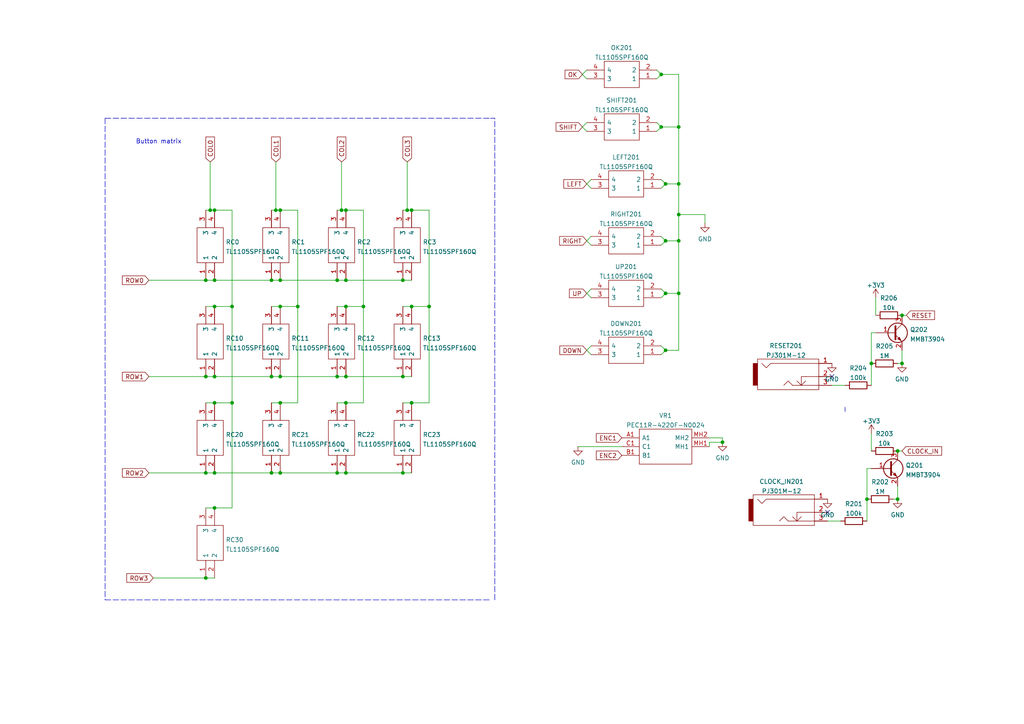
<source format=kicad_sch>
(kicad_sch (version 20211123) (generator eeschema)
  (paper "A4")
  (lib_symbols
    (symbol "Device:R" (pin_numbers hide) (pin_names (offset 0))
      (property "Reference" "R" (at 2.032 0 90))
      (property "Value" "R" (at 0 0 90))
      (symbol "R_0_1"
        (rectangle (start -1.016 -2.54) (end 1.016 2.54) (stroke (width 0.254)))
      )
      (symbol "R_1_1"
        (pin passive line (at 0 3.81 270) (length 1.27) (name "~") (number "1"))
        (pin passive line (at 0 -3.81 90) (length 1.27) (name "~") (number "2"))
      )
    )
    (symbol "Transistor_BJT:MMBT3904" (pin_names (offset 0) hide)
      (property "Reference" "Q" (at 5.08 1.905 0))
      (property "Value" "MMBT3904" (at 5.08 0 0))
      (symbol "MMBT3904_0_1"
        (polyline (pts (xy 0.635 0.635) (xy 2.54 2.54)))
        (polyline (pts (xy 0.635 -0.635) (xy 2.54 -2.54) (xy 2.54 -2.54)))
        (polyline (pts (xy 0.635 1.905) (xy 0.635 -1.905) (xy 0.635 -1.905)) (stroke (width 0.508)))
        (polyline (pts (xy 1.27 -1.778) (xy 1.778 -1.27) (xy 2.286 -2.286) (xy 1.27 -1.778) (xy 1.27 -1.778)) (fill (type outline)))
        (circle (center 1.27 0) (radius 2.8194) (stroke (width 0.254)))
      )
      (symbol "MMBT3904_1_1"
        (pin input line (at -5.08 0 0) (length 5.715) (name "B") (number "1"))
        (pin passive line (at 2.54 -5.08 90) (length 2.54) (name "E") (number "2"))
        (pin passive line (at 2.54 5.08 270) (length 2.54) (name "C") (number "3"))
      )
    )
    (symbol "eurocad:PJ301M-12" (pin_names (offset 1.016))
      (property "Reference" "J" (at -8.89 -5.08 0))
      (property "Value" "PJ301M-12" (at -3.81 6.35 0))
      (symbol "PJ301M-12_0_1"
        (rectangle (start -11.43 3.81) (end -10.16 -2.54) (fill (type outline)))
        (polyline (pts (xy 3.81 0) (xy 7.62 0) (xy 7.62 0)))
        (polyline (pts (xy 0 -2.54) (xy -1.27 -1.27) (xy -2.54 -2.54) (xy -2.54 -2.54)))
        (polyline (pts (xy 0 -2.54) (xy 7.62 -2.54) (xy 7.62 -2.54) (xy 7.62 -2.54)))
        (polyline (pts (xy 1.27 -1.27) (xy 2.54 -2.54) (xy 3.81 -1.27) (xy 3.81 -1.27)))
        (polyline (pts (xy 3.81 0) (xy 2.54 0) (xy 2.54 -2.54) (xy 2.54 -2.54)))
        (polyline (pts (xy 7.62 3.81) (xy -6.35 3.81) (xy -7.62 2.54) (xy -8.89 3.81) (xy -8.89 3.81)))
        (rectangle (start 7.62 -3.81) (end -10.16 5.08))
      )
      (symbol "PJ301M-12_1_1"
        (pin passive line (at 11.43 3.81 180) (length 3.81) (name "~") (number "1"))
        (pin passive line (at 11.43 0 180) (length 3.81) (name "~") (number "2"))
        (pin passive line (at 11.43 -2.54 180) (length 3.81) (name "~") (number "3"))
      )
    )
    (symbol "power:+3.3V" (power) (pin_names (offset 0))
      (property "Value" "+3.3V" (at 0 3.556 0))
      (symbol "+3.3V_0_1"
        (polyline (pts (xy -0.762 1.27) (xy 0 2.54)))
        (polyline (pts (xy 0 0) (xy 0 2.54)))
        (polyline (pts (xy 0 2.54) (xy 0.762 1.27)))
      )
      (symbol "+3.3V_1_1"
        (pin power_in line (at 0 0 90) (length 0) hide (name "+3V3") (number "1"))
      )
    )
    (symbol "power:GND" (power) (pin_names (offset 0))
      (property "Value" "GND" (at 0 -3.81 0))
      (symbol "GND_0_1"
        (polyline (pts (xy 0 0) (xy 0 -1.27) (xy 1.27 -1.27) (xy 0 -2.54) (xy -1.27 -1.27) (xy 0 -1.27)))
      )
      (symbol "GND_1_1"
        (pin power_in line (at 0 0 270) (length 0) hide (name "GND") (number "1"))
      )
    )
    (symbol "samsys:PEC11R-4220F-N0024" (pin_names (offset 0.762))
      (property "Reference" "VR" (at 21.59 7.62 0))
      (property "Value" "PEC11R-4220F-N0024" (at 21.59 5.08 0))
      (symbol "PEC11R-4220F-N0024_0_0"
        (pin passive line (at 0 0 0) (length 5.08) (name "A1") (number "A1"))
        (pin passive line (at 0 -5.08 0) (length 5.08) (name "B1") (number "B1"))
        (pin passive line (at 0 -2.54 0) (length 5.08) (name "C1") (number "C1"))
        (pin passive line (at 25.4 -2.54 180) (length 5.08) (name "MH1") (number "MH1"))
        (pin passive line (at 25.4 0 180) (length 5.08) (name "MH2") (number "MH2"))
      )
      (symbol "PEC11R-4220F-N0024_0_1"
        (polyline (pts (xy 5.08 2.54) (xy 20.32 2.54) (xy 20.32 -7.62) (xy 5.08 -7.62) (xy 5.08 2.54)) (stroke (width 0.1524)))
      )
    )
    (symbol "samsys:TL1105SPF160Q" (pin_names (offset 0.762))
      (property "Reference" "S" (at 16.51 7.62 0))
      (property "Value" "TL1105SPF160Q" (at 16.51 5.08 0))
      (symbol "TL1105SPF160Q_0_0"
        (pin passive line (at 0 0 0) (length 5.08) (name "1") (number "1"))
        (pin passive line (at 0 -2.54 0) (length 5.08) (name "2") (number "2"))
        (pin passive line (at 20.32 0 180) (length 5.08) (name "3") (number "3"))
        (pin passive line (at 20.32 -2.54 180) (length 5.08) (name "4") (number "4"))
      )
      (symbol "TL1105SPF160Q_0_1"
        (polyline (pts (xy 5.08 2.54) (xy 15.24 2.54) (xy 15.24 -5.08) (xy 5.08 -5.08) (xy 5.08 2.54)) (stroke (width 0.1524)))
      )
    )
  )
  (junction (at 67.31 116.84))
  (junction (at 193.04 69.85))
  (junction (at 196.85 53.34))
  (junction (at 62.23 147.32))
  (junction (at 62.23 109.22))
  (junction (at 62.23 137.16))
  (junction (at 100.33 60.96))
  (junction (at 196.85 62.23))
  (junction (at 81.28 60.96))
  (junction (at 100.33 116.84))
  (junction (at 191.77 21.59))
  (junction (at 193.04 53.34))
  (junction (at 196.85 36.83))
  (junction (at 67.31 88.9))
  (junction (at 81.28 109.22))
  (junction (at 193.04 85.09))
  (junction (at 59.69 81.28))
  (junction (at 260.35 144.78))
  (junction (at 119.38 116.84))
  (junction (at 62.23 81.28))
  (junction (at 209.55 128.27))
  (junction (at 86.36 88.9))
  (junction (at 97.79 137.16))
  (junction (at 196.85 69.85))
  (junction (at 81.28 81.28))
  (junction (at 81.28 88.9))
  (junction (at 260.35 130.81))
  (junction (at 97.79 81.28))
  (junction (at 97.79 109.22))
  (junction (at 193.04 101.6))
  (junction (at 100.33 81.28))
  (junction (at 252.73 105.41))
  (junction (at 78.74 109.22))
  (junction (at 59.69 109.22))
  (junction (at 81.28 116.84))
  (junction (at 62.23 116.84))
  (junction (at 116.84 137.16))
  (junction (at 196.85 85.09))
  (junction (at 62.23 88.9))
  (junction (at 62.23 60.96))
  (junction (at 105.41 88.9))
  (junction (at 100.33 109.22))
  (junction (at 100.33 137.16))
  (junction (at 261.62 105.41))
  (junction (at 119.38 88.9))
  (junction (at 118.11 60.96))
  (junction (at 78.74 81.28))
  (junction (at 119.38 60.96))
  (junction (at 59.69 137.16))
  (junction (at 78.74 137.16))
  (junction (at 116.84 81.28))
  (junction (at 60.96 60.96))
  (junction (at 124.46 88.9))
  (junction (at 100.33 88.9))
  (junction (at 81.28 137.16))
  (junction (at 251.46 144.78))
  (junction (at 116.84 109.22))
  (junction (at 99.06 60.96))
  (junction (at 191.77 36.83))
  (junction (at 59.69 167.64))
  (junction (at 80.01 60.96))
  (junction (at 261.62 91.44))
  (no_connect (at 240.03 148.59))
  (no_connect (at 241.3 109.22))
  (wire (pts (xy 190.5 38.1) (xy 191.77 36.83)))
  (wire (pts (xy 67.31 116.84) (xy 67.31 88.9)))
  (wire (pts (xy 86.36 60.96) (xy 86.36 88.9)))
  (wire (pts (xy 97.79 116.84) (xy 100.33 116.84)))
  (wire (pts (xy 170.18 101.6) (xy 171.45 100.33)))
  (wire (pts (xy 262.89 91.44) (xy 261.62 91.44)))
  (wire (pts (xy 193.04 53.34) (xy 191.77 52.07)))
  (wire (pts (xy 252.73 105.41) (xy 252.73 96.52)))
  (wire (pts (xy 100.33 109.22) (xy 116.84 109.22)))
  (wire (pts (xy 252.73 111.76) (xy 252.73 105.41)))
  (wire (pts (xy 196.85 69.85) (xy 196.85 85.09)))
  (wire (pts (xy 97.79 137.16) (xy 100.33 137.16)))
  (wire (pts (xy 259.08 144.78) (xy 260.35 144.78)))
  (wire (pts (xy 124.46 60.96) (xy 124.46 88.9)))
  (wire (pts (xy 240.03 151.13) (xy 243.84 151.13)))
  (wire (pts (xy 105.41 60.96) (xy 105.41 88.9)))
  (wire (pts (xy 97.79 88.9) (xy 100.33 88.9)))
  (wire (pts (xy 78.74 81.28) (xy 81.28 81.28)))
  (wire (pts (xy 196.85 36.83) (xy 191.77 36.83)))
  (wire (pts (xy 62.23 109.22) (xy 78.74 109.22)))
  (wire (pts (xy 59.69 109.22) (xy 62.23 109.22)))
  (wire (pts (xy 116.84 116.84) (xy 119.38 116.84)))
  (wire (pts (xy 260.35 140.97) (xy 260.35 144.78)))
  (wire (pts (xy 116.84 60.96) (xy 118.11 60.96)))
  (wire (pts (xy 43.18 109.22) (xy 59.69 109.22)))
  (wire (pts (xy 100.33 88.9) (xy 105.41 88.9)))
  (wire (pts (xy 59.69 81.28) (xy 62.23 81.28)))
  (wire (pts (xy 99.06 46.99) (xy 99.06 60.96)))
  (wire (pts (xy 196.85 53.34) (xy 196.85 36.83)))
  (wire (pts (xy 59.69 88.9) (xy 62.23 88.9)))
  (wire (pts (xy 78.74 60.96) (xy 80.01 60.96)))
  (wire (pts (xy 78.74 88.9) (xy 81.28 88.9)))
  (wire (pts (xy 116.84 137.16) (xy 119.38 137.16)))
  (wire (pts (xy 124.46 88.9) (xy 124.46 116.84)))
  (wire (pts (xy 209.55 128.27) (xy 205.74 128.27)))
  (wire (pts (xy 116.84 109.22) (xy 119.38 109.22)))
  (wire (pts (xy 60.96 60.96) (xy 62.23 60.96)))
  (wire (pts (xy 80.01 46.99) (xy 80.01 60.96)))
  (wire (pts (xy 118.11 46.99) (xy 118.11 60.96)))
  (wire (pts (xy 116.84 88.9) (xy 119.38 88.9)))
  (wire (pts (xy 196.85 62.23) (xy 196.85 53.34)))
  (wire (pts (xy 78.74 116.84) (xy 81.28 116.84)))
  (wire (pts (xy 97.79 60.96) (xy 99.06 60.96)))
  (wire (pts (xy 171.45 54.61) (xy 170.18 53.34)))
  (wire (pts (xy 191.77 102.87) (xy 193.04 101.6)))
  (wire (pts (xy 252.73 125.73) (xy 252.73 130.81)))
  (wire (pts (xy 171.45 71.12) (xy 170.18 69.85)))
  (wire (pts (xy 124.46 60.96) (xy 119.38 60.96)))
  (wire (pts (xy 241.3 111.76) (xy 245.11 111.76)))
  (wire (pts (xy 191.77 36.83) (xy 190.5 35.56)))
  (wire (pts (xy 81.28 81.28) (xy 97.79 81.28)))
  (wire (pts (xy 80.01 60.96) (xy 81.28 60.96)))
  (polyline (pts (xy 30.48 173.99) (xy 142.24 173.99)))
  (wire (pts (xy 44.45 167.64) (xy 59.69 167.64)))
  (wire (pts (xy 191.77 21.59) (xy 196.85 21.59)))
  (wire (pts (xy 254 86.36) (xy 254 91.44)))
  (wire (pts (xy 100.33 60.96) (xy 105.41 60.96)))
  (wire (pts (xy 168.91 36.83) (xy 170.18 35.56)))
  (polyline (pts (xy 30.48 34.29) (xy 30.48 173.99)))
  (wire (pts (xy 59.69 147.32) (xy 62.23 147.32)))
  (wire (pts (xy 105.41 88.9) (xy 105.41 116.84)))
  (wire (pts (xy 67.31 88.9) (xy 67.31 60.96)))
  (wire (pts (xy 193.04 53.34) (xy 196.85 53.34)))
  (wire (pts (xy 196.85 85.09) (xy 193.04 85.09)))
  (polyline (pts (xy 143.51 173.99) (xy 143.51 34.29)))
  (wire (pts (xy 193.04 69.85) (xy 191.77 68.58)))
  (wire (pts (xy 205.74 128.27) (xy 205.74 129.54)))
  (wire (pts (xy 118.11 60.96) (xy 119.38 60.96)))
  (wire (pts (xy 100.33 137.16) (xy 116.84 137.16)))
  (wire (pts (xy 196.85 101.6) (xy 193.04 101.6)))
  (wire (pts (xy 196.85 69.85) (xy 196.85 62.23)))
  (wire (pts (xy 81.28 116.84) (xy 86.36 116.84)))
  (wire (pts (xy 86.36 88.9) (xy 86.36 116.84)))
  (wire (pts (xy 171.45 86.36) (xy 170.18 85.09)))
  (wire (pts (xy 168.91 21.59) (xy 170.18 20.32)))
  (wire (pts (xy 170.18 69.85) (xy 171.45 68.58)))
  (wire (pts (xy 124.46 88.9) (xy 119.38 88.9)))
  (polyline (pts (xy 245.11 118.11) (xy 245.11 119.38)))
  (wire (pts (xy 193.04 101.6) (xy 191.77 100.33)))
  (wire (pts (xy 43.18 81.28) (xy 59.69 81.28)))
  (wire (pts (xy 67.31 147.32) (xy 67.31 116.84)))
  (wire (pts (xy 191.77 71.12) (xy 193.04 69.85)))
  (wire (pts (xy 97.79 109.22) (xy 100.33 109.22)))
  (wire (pts (xy 62.23 81.28) (xy 78.74 81.28)))
  (wire (pts (xy 81.28 137.16) (xy 97.79 137.16)))
  (wire (pts (xy 62.23 137.16) (xy 78.74 137.16)))
  (wire (pts (xy 191.77 21.59) (xy 190.5 20.32)))
  (wire (pts (xy 124.46 116.84) (xy 119.38 116.84)))
  (wire (pts (xy 191.77 86.36) (xy 193.04 85.09)))
  (wire (pts (xy 81.28 60.96) (xy 86.36 60.96)))
  (wire (pts (xy 99.06 60.96) (xy 100.33 60.96)))
  (wire (pts (xy 59.69 60.96) (xy 60.96 60.96)))
  (wire (pts (xy 252.73 96.52) (xy 254 96.52)))
  (wire (pts (xy 171.45 102.87) (xy 170.18 101.6)))
  (wire (pts (xy 204.47 64.77) (xy 204.47 62.23)))
  (polyline (pts (xy 30.48 34.29) (xy 142.24 34.29)))
  (wire (pts (xy 78.74 137.16) (xy 81.28 137.16)))
  (wire (pts (xy 59.69 137.16) (xy 62.23 137.16)))
  (wire (pts (xy 196.85 21.59) (xy 196.85 36.83)))
  (wire (pts (xy 78.74 109.22) (xy 81.28 109.22)))
  (wire (pts (xy 251.46 144.78) (xy 251.46 135.89)))
  (wire (pts (xy 59.69 167.64) (xy 62.23 167.64)))
  (wire (pts (xy 191.77 54.61) (xy 193.04 53.34)))
  (wire (pts (xy 193.04 69.85) (xy 196.85 69.85)))
  (wire (pts (xy 100.33 116.84) (xy 105.41 116.84)))
  (wire (pts (xy 62.23 147.32) (xy 67.31 147.32)))
  (wire (pts (xy 209.55 127) (xy 209.55 128.27)))
  (wire (pts (xy 43.18 137.16) (xy 59.69 137.16)))
  (wire (pts (xy 62.23 116.84) (xy 67.31 116.84)))
  (polyline (pts (xy 143.51 34.29) (xy 142.24 34.29)))
  (wire (pts (xy 193.04 85.09) (xy 191.77 83.82)))
  (wire (pts (xy 205.74 127) (xy 209.55 127)))
  (wire (pts (xy 251.46 135.89) (xy 252.73 135.89)))
  (wire (pts (xy 190.5 22.86) (xy 191.77 21.59)))
  (wire (pts (xy 60.96 46.99) (xy 60.96 60.96)))
  (wire (pts (xy 196.85 85.09) (xy 196.85 101.6)))
  (wire (pts (xy 170.18 22.86) (xy 168.91 21.59)))
  (wire (pts (xy 170.18 85.09) (xy 171.45 83.82)))
  (wire (pts (xy 67.31 60.96) (xy 62.23 60.96)))
  (wire (pts (xy 81.28 109.22) (xy 97.79 109.22)))
  (wire (pts (xy 204.47 62.23) (xy 196.85 62.23)))
  (wire (pts (xy 62.23 88.9) (xy 67.31 88.9)))
  (wire (pts (xy 81.28 88.9) (xy 86.36 88.9)))
  (wire (pts (xy 170.18 38.1) (xy 168.91 36.83)))
  (wire (pts (xy 251.46 151.13) (xy 251.46 144.78)))
  (wire (pts (xy 260.35 105.41) (xy 261.62 105.41)))
  (wire (pts (xy 116.84 81.28) (xy 119.38 81.28)))
  (wire (pts (xy 261.62 130.81) (xy 260.35 130.81)))
  (wire (pts (xy 170.18 53.34) (xy 171.45 52.07)))
  (wire (pts (xy 97.79 81.28) (xy 100.33 81.28)))
  (wire (pts (xy 100.33 81.28) (xy 116.84 81.28)))
  (wire (pts (xy 261.62 101.6) (xy 261.62 105.41)))
  (wire (pts (xy 59.69 116.84) (xy 62.23 116.84)))
  (wire (pts (xy 167.64 129.54) (xy 180.34 129.54)))
  (text "Button matrix" (at 39.37 41.91 0) (effects (font (size 1.27 1.27)) (justify left bottom)))
  (global_label "CLOCK_IN" (shape input) (at 261.62 130.81 0) (property "Intersheet References" "${INTERSHEET_REFS}" (effects hide)))
  (global_label "RIGHT" (shape input) (at 170.18 69.85 180) (property "Intersheet References" "${INTERSHEET_REFS}" (effects hide)))
  (global_label "SHIFT" (shape input) (at 168.91 36.83 180) (property "Intersheet References" "${INTERSHEET_REFS}" (effects hide)))
  (global_label "COL3" (shape input) (at 118.11 46.99 90) (property "Intersheet References" "${INTERSHEET_REFS}" (effects hide)))
  (global_label "UP" (shape input) (at 170.18 85.09 180) (property "Intersheet References" "${INTERSHEET_REFS}" (effects hide)))
  (global_label "RESET" (shape input) (at 262.89 91.44 0) (property "Intersheet References" "${INTERSHEET_REFS}" (effects hide)))
  (global_label "ROW3" (shape input) (at 44.45 167.64 180) (property "Intersheet References" "${INTERSHEET_REFS}" (effects hide)))
  (global_label "COL0" (shape input) (at 60.96 46.99 90) (property "Intersheet References" "${INTERSHEET_REFS}" (effects hide)))
  (global_label "ROW1" (shape input) (at 43.18 109.22 180) (property "Intersheet References" "${INTERSHEET_REFS}" (effects hide)))
  (global_label "LEFT" (shape input) (at 170.18 53.34 180) (property "Intersheet References" "${INTERSHEET_REFS}" (effects hide)))
  (global_label "ROW0" (shape input) (at 43.18 81.28 180) (property "Intersheet References" "${INTERSHEET_REFS}" (effects hide)))
  (global_label "COL1" (shape input) (at 80.01 46.99 90) (property "Intersheet References" "${INTERSHEET_REFS}" (effects hide)))
  (global_label "DOWN" (shape input) (at 170.18 101.6 180) (property "Intersheet References" "${INTERSHEET_REFS}" (effects hide)))
  (global_label "COL2" (shape input) (at 99.06 46.99 90) (property "Intersheet References" "${INTERSHEET_REFS}" (effects hide)))
  (global_label "OK" (shape input) (at 168.91 21.59 180) (property "Intersheet References" "${INTERSHEET_REFS}" (effects hide)))
  (global_label "ENC2" (shape input) (at 180.34 132.08 180) (property "Intersheet References" "${INTERSHEET_REFS}" (effects hide)))
  (global_label "ENC1" (shape input) (at 180.34 127 180) (property "Intersheet References" "${INTERSHEET_REFS}" (effects hide)))
  (global_label "ROW2" (shape input) (at 43.18 137.16 180) (property "Intersheet References" "${INTERSHEET_REFS}" (effects hide)))
  (symbol (lib_id "power:GND") (at 261.62 105.41 0) (unit 1)
    (property "Reference" "#PWR0157" (effects hide))
    (property "Value" "GND" (at 261.62 109.9725 0))
  )
  (symbol (lib_id "eurocad:PJ301M-12") (at 228.6 148.59 0) (unit 1)
    (property "Reference" "CLOCK_IN201" (at 226.695 139.6705 0))
    (property "Value" "PJ301M-12" (at 226.695 142.4456 0))
    (property "Footprint" "Eurocad:PJ301M-12" (effects hide))
  )
  (symbol (lib_id "power:GND") (at 240.03 144.78 0) (unit 1)
    (property "Reference" "#PWR0150" (effects hide))
    (property "Value" "GND" (at 240.03 149.3425 0))
  )
  (symbol (lib_id "samsys:TL1105SPF160Q") (at 191.77 86.36 180) (unit 1)
    (property "Reference" "UP201" (at 181.61 77.3643 0))
    (property "Value" "TL1105SPF160Q" (at 181.61 80.1394 0))
    (property "Footprint" "SamacSys:TL1105SPF160Q" (effects hide))
    (property "Datasheet" "https://sten-eswitch-13110800-production.s3.amazonaws.com/system/asset/product_line/data_sheet/144/TL1105.pdf" (effects hide))
    (property "Description" "Tactile Switches 6.0X2.8MM 160G" (effects hide))
    (property "Height" "9.3" (effects hide))
    (property "Mouser Part Number" "612-TL1105SP" (effects hide))
    (property "Mouser Price/Stock" "https://www.mouser.co.uk/ProductDetail/E-Switch/TL1105SPF160Q?qs=01kh3H%252BlXiincFtVDb4Rog%3D%3D" (effects hide))
    (property "Manufacturer_Name" "E-Switch" (effects hide))
    (property "Manufacturer_Part_Number" "TL1105SPF160Q" (effects hide))
  )
  (symbol (lib_id "samsys:TL1105SPF160Q") (at 59.69 81.28 90) (unit 1)
    (property "Reference" "RC0" (at 65.4812 70.2115 90) (effects (justify right)))
    (property "Value" "TL1105SPF160Q" (at 65.4812 72.9866 90) (effects (justify right)))
    (property "Footprint" "SamacSys:TL1105SPF160Q" (effects hide))
    (property "Datasheet" "https://sten-eswitch-13110800-production.s3.amazonaws.com/system/asset/product_line/data_sheet/144/TL1105.pdf" (effects hide))
    (property "Description" "Tactile Switches 6.0X2.8MM 160G" (effects hide))
    (property "Height" "9.3" (effects hide))
    (property "Mouser Part Number" "612-TL1105SP" (effects hide))
    (property "Mouser Price/Stock" "https://www.mouser.co.uk/ProductDetail/E-Switch/TL1105SPF160Q?qs=01kh3H%252BlXiincFtVDb4Rog%3D%3D" (effects hide))
    (property "Manufacturer_Name" "E-Switch" (effects hide))
    (property "Manufacturer_Part_Number" "TL1105SPF160Q" (effects hide))
  )
  (symbol (lib_id "Device:R") (at 255.27 144.78 90) (unit 1)
    (property "Reference" "R202" (at 255.27 139.7975 90))
    (property "Value" "1M" (at 255.27 142.5726 90))
    (property "Footprint" "Resistor_SMD:R_0603_1608Metric_Pad0.98x0.95mm_HandSolder" (effects hide))
  )
  (symbol (lib_id "samsys:TL1105SPF160Q") (at 190.5 22.86 180) (unit 1)
    (property "Reference" "OK201" (at 180.34 13.8643 0))
    (property "Value" "TL1105SPF160Q" (at 180.34 16.6394 0))
    (property "Footprint" "SamacSys:TL1105SPF160Q" (effects hide))
    (property "Datasheet" "https://sten-eswitch-13110800-production.s3.amazonaws.com/system/asset/product_line/data_sheet/144/TL1105.pdf" (effects hide))
    (property "Description" "Tactile Switches 6.0X2.8MM 160G" (effects hide))
    (property "Height" "9.3" (effects hide))
    (property "Mouser Part Number" "612-TL1105SP" (effects hide))
    (property "Mouser Price/Stock" "https://www.mouser.co.uk/ProductDetail/E-Switch/TL1105SPF160Q?qs=01kh3H%252BlXiincFtVDb4Rog%3D%3D" (effects hide))
    (property "Manufacturer_Name" "E-Switch" (effects hide))
    (property "Manufacturer_Part_Number" "TL1105SPF160Q" (effects hide))
  )
  (symbol (lib_id "samsys:TL1105SPF160Q") (at 78.74 81.28 90) (unit 1)
    (property "Reference" "RC1" (at 84.5312 70.2115 90) (effects (justify right)))
    (property "Value" "TL1105SPF160Q" (at 84.5312 72.9866 90) (effects (justify right)))
    (property "Footprint" "SamacSys:TL1105SPF160Q" (effects hide))
    (property "Datasheet" "https://sten-eswitch-13110800-production.s3.amazonaws.com/system/asset/product_line/data_sheet/144/TL1105.pdf" (effects hide))
    (property "Description" "Tactile Switches 6.0X2.8MM 160G" (effects hide))
    (property "Height" "9.3" (effects hide))
    (property "Mouser Part Number" "612-TL1105SP" (effects hide))
    (property "Mouser Price/Stock" "https://www.mouser.co.uk/ProductDetail/E-Switch/TL1105SPF160Q?qs=01kh3H%252BlXiincFtVDb4Rog%3D%3D" (effects hide))
    (property "Manufacturer_Name" "E-Switch" (effects hide))
    (property "Manufacturer_Part_Number" "TL1105SPF160Q" (effects hide))
  )
  (symbol (lib_id "eurocad:PJ301M-12") (at 229.87 109.22 0) (unit 1)
    (property "Reference" "RESET201" (at 227.965 100.3005 0))
    (property "Value" "PJ301M-12" (at 227.965 103.0756 0))
    (property "Footprint" "Eurocad:PJ301M-12" (effects hide))
  )
  (symbol (lib_id "power:GND") (at 260.35 144.78 0) (unit 1)
    (property "Reference" "#PWR0151" (effects hide))
    (property "Value" "GND" (at 260.35 149.3425 0))
  )
  (symbol (lib_id "samsys:TL1105SPF160Q") (at 78.74 137.16 90) (unit 1)
    (property "Reference" "RC21" (at 84.5312 126.0915 90) (effects (justify right)))
    (property "Value" "TL1105SPF160Q" (at 84.5312 128.8666 90) (effects (justify right)))
    (property "Footprint" "SamacSys:TL1105SPF160Q" (effects hide))
    (property "Datasheet" "https://sten-eswitch-13110800-production.s3.amazonaws.com/system/asset/product_line/data_sheet/144/TL1105.pdf" (effects hide))
    (property "Description" "Tactile Switches 6.0X2.8MM 160G" (effects hide))
    (property "Height" "9.3" (effects hide))
    (property "Mouser Part Number" "612-TL1105SP" (effects hide))
    (property "Mouser Price/Stock" "https://www.mouser.co.uk/ProductDetail/E-Switch/TL1105SPF160Q?qs=01kh3H%252BlXiincFtVDb4Rog%3D%3D" (effects hide))
    (property "Manufacturer_Name" "E-Switch" (effects hide))
    (property "Manufacturer_Part_Number" "TL1105SPF160Q" (effects hide))
  )
  (symbol (lib_id "power:GND") (at 167.64 129.54 0) (unit 1)
    (property "Reference" "#PWR0149" (effects hide))
    (property "Value" "GND" (at 167.64 134.1025 0))
  )
  (symbol (lib_id "samsys:PEC11R-4220F-N0024") (at 180.34 127 0) (unit 1)
    (property "Reference" "VR1" (at 193.04 120.5443 0))
    (property "Value" "PEC11R-4220F-N0024" (at 193.04 123.3194 0))
    (property "Footprint" "SamacSys:PEC11R4215FN0012" (effects hide))
    (property "Datasheet" "https://www.bourns.com/docs/Product-Datasheets/PEC11R.pdf" (effects hide))
    (property "Description" "Mechanical Encoder Rotary Incremental Flat 0.007N.m Straight Quadrature Digital Square Wave 24PPR Through Hole PC Pin" (effects hide))
    (property "Height" "21.5" (effects hide))
    (property "Mouser Part Number" "652-PEC11R-4220F-N24" (effects hide))
    (property "Mouser Price/Stock" "https://www.mouser.co.uk/ProductDetail/Bourns/PEC11R-4220F-N0024?qs=Zq5ylnUbLm73b6xWk5lPWg%3D%3D" (effects hide))
    (property "Manufacturer_Name" "Bourns" (effects hide))
    (property "Manufacturer_Part_Number" "PEC11R-4220F-N0024" (effects hide))
  )
  (symbol (lib_id "power:+3.3V") (at 252.73 125.73 0) (unit 1)
    (property "Reference" "#PWR0152" (effects hide))
    (property "Value" "+3.3V" (at 252.73 122.1255 0))
  )
  (symbol (lib_id "samsys:TL1105SPF160Q") (at 59.69 167.64 90) (unit 1)
    (property "Reference" "RC30" (at 65.4812 156.5715 90) (effects (justify right)))
    (property "Value" "TL1105SPF160Q" (at 65.4812 159.3466 90) (effects (justify right)))
    (property "Footprint" "SamacSys:TL1105SPF160Q" (effects hide))
    (property "Datasheet" "https://sten-eswitch-13110800-production.s3.amazonaws.com/system/asset/product_line/data_sheet/144/TL1105.pdf" (effects hide))
    (property "Description" "Tactile Switches 6.0X2.8MM 160G" (effects hide))
    (property "Height" "9.3" (effects hide))
    (property "Mouser Part Number" "612-TL1105SP" (effects hide))
    (property "Mouser Price/Stock" "https://www.mouser.co.uk/ProductDetail/E-Switch/TL1105SPF160Q?qs=01kh3H%252BlXiincFtVDb4Rog%3D%3D" (effects hide))
    (property "Manufacturer_Name" "E-Switch" (effects hide))
    (property "Manufacturer_Part_Number" "TL1105SPF160Q" (effects hide))
  )
  (symbol (lib_id "Device:R") (at 256.54 105.41 90) (unit 1)
    (property "Reference" "R205" (at 256.54 100.4275 90))
    (property "Value" "1M" (at 256.54 103.2026 90))
    (property "Footprint" "Resistor_SMD:R_0603_1608Metric_Pad0.98x0.95mm_HandSolder" (effects hide))
  )
  (symbol (lib_id "power:GND") (at 241.3 105.41 0) (unit 1)
    (property "Reference" "#PWR0159" (effects hide))
    (property "Value" "GND" (at 241.3 109.9725 0))
  )
  (symbol (lib_id "samsys:TL1105SPF160Q") (at 59.69 109.22 90) (unit 1)
    (property "Reference" "RC10" (at 65.4812 98.1515 90) (effects (justify right)))
    (property "Value" "TL1105SPF160Q" (at 65.4812 100.9266 90) (effects (justify right)))
    (property "Footprint" "SamacSys:TL1105SPF160Q" (effects hide))
    (property "Datasheet" "https://sten-eswitch-13110800-production.s3.amazonaws.com/system/asset/product_line/data_sheet/144/TL1105.pdf" (effects hide))
    (property "Description" "Tactile Switches 6.0X2.8MM 160G" (effects hide))
    (property "Height" "9.3" (effects hide))
    (property "Mouser Part Number" "612-TL1105SP" (effects hide))
    (property "Mouser Price/Stock" "https://www.mouser.co.uk/ProductDetail/E-Switch/TL1105SPF160Q?qs=01kh3H%252BlXiincFtVDb4Rog%3D%3D" (effects hide))
    (property "Manufacturer_Name" "E-Switch" (effects hide))
    (property "Manufacturer_Part_Number" "TL1105SPF160Q" (effects hide))
  )
  (symbol (lib_id "samsys:TL1105SPF160Q") (at 97.79 109.22 90) (unit 1)
    (property "Reference" "RC12" (at 103.5812 98.1515 90) (effects (justify right)))
    (property "Value" "TL1105SPF160Q" (at 103.5812 100.9266 90) (effects (justify right)))
    (property "Footprint" "SamacSys:TL1105SPF160Q" (effects hide))
    (property "Datasheet" "https://sten-eswitch-13110800-production.s3.amazonaws.com/system/asset/product_line/data_sheet/144/TL1105.pdf" (effects hide))
    (property "Description" "Tactile Switches 6.0X2.8MM 160G" (effects hide))
    (property "Height" "9.3" (effects hide))
    (property "Mouser Part Number" "612-TL1105SP" (effects hide))
    (property "Mouser Price/Stock" "https://www.mouser.co.uk/ProductDetail/E-Switch/TL1105SPF160Q?qs=01kh3H%252BlXiincFtVDb4Rog%3D%3D" (effects hide))
    (property "Manufacturer_Name" "E-Switch" (effects hide))
    (property "Manufacturer_Part_Number" "TL1105SPF160Q" (effects hide))
  )
  (symbol (lib_id "samsys:TL1105SPF160Q") (at 191.77 102.87 180) (unit 1)
    (property "Reference" "DOWN201" (at 181.61 93.8743 0))
    (property "Value" "TL1105SPF160Q" (at 181.61 96.6494 0))
    (property "Footprint" "SamacSys:TL1105SPF160Q" (effects hide))
    (property "Datasheet" "https://sten-eswitch-13110800-production.s3.amazonaws.com/system/asset/product_line/data_sheet/144/TL1105.pdf" (effects hide))
    (property "Description" "Tactile Switches 6.0X2.8MM 160G" (effects hide))
    (property "Height" "9.3" (effects hide))
    (property "Mouser Part Number" "612-TL1105SP" (effects hide))
    (property "Mouser Price/Stock" "https://www.mouser.co.uk/ProductDetail/E-Switch/TL1105SPF160Q?qs=01kh3H%252BlXiincFtVDb4Rog%3D%3D" (effects hide))
    (property "Manufacturer_Name" "E-Switch" (effects hide))
    (property "Manufacturer_Part_Number" "TL1105SPF160Q" (effects hide))
  )
  (symbol (lib_id "samsys:TL1105SPF160Q") (at 97.79 137.16 90) (unit 1)
    (property "Reference" "RC22" (at 103.5812 126.0915 90) (effects (justify right)))
    (property "Value" "TL1105SPF160Q" (at 103.5812 128.8666 90) (effects (justify right)))
    (property "Footprint" "SamacSys:TL1105SPF160Q" (effects hide))
    (property "Datasheet" "https://sten-eswitch-13110800-production.s3.amazonaws.com/system/asset/product_line/data_sheet/144/TL1105.pdf" (effects hide))
    (property "Description" "Tactile Switches 6.0X2.8MM 160G" (effects hide))
    (property "Height" "9.3" (effects hide))
    (property "Mouser Part Number" "612-TL1105SP" (effects hide))
    (property "Mouser Price/Stock" "https://www.mouser.co.uk/ProductDetail/E-Switch/TL1105SPF160Q?qs=01kh3H%252BlXiincFtVDb4Rog%3D%3D" (effects hide))
    (property "Manufacturer_Name" "E-Switch" (effects hide))
    (property "Manufacturer_Part_Number" "TL1105SPF160Q" (effects hide))
  )
  (symbol (lib_id "samsys:TL1105SPF160Q") (at 116.84 81.28 90) (unit 1)
    (property "Reference" "RC3" (at 122.6312 70.2115 90) (effects (justify right)))
    (property "Value" "TL1105SPF160Q" (at 122.6312 72.9866 90) (effects (justify right)))
    (property "Footprint" "SamacSys:TL1105SPF160Q" (effects hide))
    (property "Datasheet" "https://sten-eswitch-13110800-production.s3.amazonaws.com/system/asset/product_line/data_sheet/144/TL1105.pdf" (effects hide))
    (property "Description" "Tactile Switches 6.0X2.8MM 160G" (effects hide))
    (property "Height" "9.3" (effects hide))
    (property "Mouser Part Number" "612-TL1105SP" (effects hide))
    (property "Mouser Price/Stock" "https://www.mouser.co.uk/ProductDetail/E-Switch/TL1105SPF160Q?qs=01kh3H%252BlXiincFtVDb4Rog%3D%3D" (effects hide))
    (property "Manufacturer_Name" "E-Switch" (effects hide))
    (property "Manufacturer_Part_Number" "TL1105SPF160Q" (effects hide))
  )
  (symbol (lib_id "samsys:TL1105SPF160Q") (at 116.84 109.22 90) (unit 1)
    (property "Reference" "RC13" (at 122.6312 98.1515 90) (effects (justify right)))
    (property "Value" "TL1105SPF160Q" (at 122.6312 100.9266 90) (effects (justify right)))
    (property "Footprint" "SamacSys:TL1105SPF160Q" (effects hide))
    (property "Datasheet" "https://sten-eswitch-13110800-production.s3.amazonaws.com/system/asset/product_line/data_sheet/144/TL1105.pdf" (effects hide))
    (property "Description" "Tactile Switches 6.0X2.8MM 160G" (effects hide))
    (property "Height" "9.3" (effects hide))
    (property "Mouser Part Number" "612-TL1105SP" (effects hide))
    (property "Mouser Price/Stock" "https://www.mouser.co.uk/ProductDetail/E-Switch/TL1105SPF160Q?qs=01kh3H%252BlXiincFtVDb4Rog%3D%3D" (effects hide))
    (property "Manufacturer_Name" "E-Switch" (effects hide))
    (property "Manufacturer_Part_Number" "TL1105SPF160Q" (effects hide))
  )
  (symbol (lib_id "Transistor_BJT:MMBT3904") (at 259.08 96.52 0) (unit 1)
    (property "Reference" "Q202" (at 263.9314 95.6115 0) (effects (justify left)))
    (property "Value" "MMBT3904" (at 263.9314 98.3866 0) (effects (justify left)))
    (property "Footprint" "Package_TO_SOT_SMD:SOT-23" (effects hide))
    (property "Datasheet" "https://www.onsemi.com/pub/Collateral/2N3903-D.PDF" (effects hide))
  )
  (symbol (lib_id "Device:R") (at 248.92 111.76 90) (unit 1)
    (property "Reference" "R204" (at 248.92 106.7775 90))
    (property "Value" "100k" (at 248.92 109.5526 90))
    (property "Footprint" "Resistor_SMD:R_0603_1608Metric_Pad0.98x0.95mm_HandSolder" (effects hide))
  )
  (symbol (lib_id "samsys:TL1105SPF160Q") (at 190.5 38.1 180) (unit 1)
    (property "Reference" "SHIFT201" (at 180.34 29.1043 0))
    (property "Value" "TL1105SPF160Q" (at 180.34 31.8794 0))
    (property "Footprint" "SamacSys:TL1105SPF160Q" (effects hide))
    (property "Datasheet" "https://sten-eswitch-13110800-production.s3.amazonaws.com/system/asset/product_line/data_sheet/144/TL1105.pdf" (effects hide))
    (property "Description" "Tactile Switches 6.0X2.8MM 160G" (effects hide))
    (property "Height" "9.3" (effects hide))
    (property "Mouser Part Number" "612-TL1105SP" (effects hide))
    (property "Mouser Price/Stock" "https://www.mouser.co.uk/ProductDetail/E-Switch/TL1105SPF160Q?qs=01kh3H%252BlXiincFtVDb4Rog%3D%3D" (effects hide))
    (property "Manufacturer_Name" "E-Switch" (effects hide))
    (property "Manufacturer_Part_Number" "TL1105SPF160Q" (effects hide))
  )
  (symbol (lib_id "power:GND") (at 209.55 128.27 0) (unit 1)
    (property "Reference" "#PWR0160" (effects hide))
    (property "Value" "GND" (at 209.55 132.8325 0))
  )
  (symbol (lib_id "power:GND") (at 204.47 64.77 0) (unit 1)
    (property "Reference" "#PWR0153" (effects hide))
    (property "Value" "GND" (at 204.47 69.3325 0))
  )
  (symbol (lib_id "power:+3.3V") (at 254 86.36 0) (unit 1)
    (property "Reference" "#PWR0158" (effects hide))
    (property "Value" "+3.3V" (at 254 82.7555 0))
  )
  (symbol (lib_id "Device:R") (at 247.65 151.13 90) (unit 1)
    (property "Reference" "R201" (at 247.65 146.1475 90))
    (property "Value" "100k" (at 247.65 148.9226 90))
    (property "Footprint" "Resistor_SMD:R_0603_1608Metric_Pad0.98x0.95mm_HandSolder" (effects hide))
  )
  (symbol (lib_id "Device:R") (at 257.81 91.44 90) (unit 1)
    (property "Reference" "R206" (at 257.81 86.4575 90))
    (property "Value" "10k" (at 257.81 89.2326 90))
    (property "Footprint" "Resistor_SMD:R_0603_1608Metric_Pad0.98x0.95mm_HandSolder" (effects hide))
  )
  (symbol (lib_id "samsys:TL1105SPF160Q") (at 97.79 81.28 90) (unit 1)
    (property "Reference" "RC2" (at 103.5812 70.2115 90) (effects (justify right)))
    (property "Value" "TL1105SPF160Q" (at 103.5812 72.9866 90) (effects (justify right)))
    (property "Footprint" "SamacSys:TL1105SPF160Q" (effects hide))
    (property "Datasheet" "https://sten-eswitch-13110800-production.s3.amazonaws.com/system/asset/product_line/data_sheet/144/TL1105.pdf" (effects hide))
    (property "Description" "Tactile Switches 6.0X2.8MM 160G" (effects hide))
    (property "Height" "9.3" (effects hide))
    (property "Mouser Part Number" "612-TL1105SP" (effects hide))
    (property "Mouser Price/Stock" "https://www.mouser.co.uk/ProductDetail/E-Switch/TL1105SPF160Q?qs=01kh3H%252BlXiincFtVDb4Rog%3D%3D" (effects hide))
    (property "Manufacturer_Name" "E-Switch" (effects hide))
    (property "Manufacturer_Part_Number" "TL1105SPF160Q" (effects hide))
  )
  (symbol (lib_id "samsys:TL1105SPF160Q") (at 78.74 109.22 90) (unit 1)
    (property "Reference" "RC11" (at 84.5312 98.1515 90) (effects (justify right)))
    (property "Value" "TL1105SPF160Q" (at 84.5312 100.9266 90) (effects (justify right)))
    (property "Footprint" "SamacSys:TL1105SPF160Q" (effects hide))
    (property "Datasheet" "https://sten-eswitch-13110800-production.s3.amazonaws.com/system/asset/product_line/data_sheet/144/TL1105.pdf" (effects hide))
    (property "Description" "Tactile Switches 6.0X2.8MM 160G" (effects hide))
    (property "Height" "9.3" (effects hide))
    (property "Mouser Part Number" "612-TL1105SP" (effects hide))
    (property "Mouser Price/Stock" "https://www.mouser.co.uk/ProductDetail/E-Switch/TL1105SPF160Q?qs=01kh3H%252BlXiincFtVDb4Rog%3D%3D" (effects hide))
    (property "Manufacturer_Name" "E-Switch" (effects hide))
    (property "Manufacturer_Part_Number" "TL1105SPF160Q" (effects hide))
  )
  (symbol (lib_id "samsys:TL1105SPF160Q") (at 191.77 54.61 180) (unit 1)
    (property "Reference" "LEFT201" (at 181.61 45.6143 0))
    (property "Value" "TL1105SPF160Q" (at 181.61 48.3894 0))
    (property "Footprint" "SamacSys:TL1105SPF160Q" (effects hide))
    (property "Datasheet" "https://sten-eswitch-13110800-production.s3.amazonaws.com/system/asset/product_line/data_sheet/144/TL1105.pdf" (effects hide))
    (property "Description" "Tactile Switches 6.0X2.8MM 160G" (effects hide))
    (property "Height" "9.3" (effects hide))
    (property "Mouser Part Number" "612-TL1105SP" (effects hide))
    (property "Mouser Price/Stock" "https://www.mouser.co.uk/ProductDetail/E-Switch/TL1105SPF160Q?qs=01kh3H%252BlXiincFtVDb4Rog%3D%3D" (effects hide))
    (property "Manufacturer_Name" "E-Switch" (effects hide))
    (property "Manufacturer_Part_Number" "TL1105SPF160Q" (effects hide))
  )
  (symbol (lib_id "samsys:TL1105SPF160Q") (at 59.69 137.16 90) (unit 1)
    (property "Reference" "RC20" (at 65.4812 126.0915 90) (effects (justify right)))
    (property "Value" "TL1105SPF160Q" (at 65.4812 128.8666 90) (effects (justify right)))
    (property "Footprint" "SamacSys:TL1105SPF160Q" (effects hide))
    (property "Datasheet" "https://sten-eswitch-13110800-production.s3.amazonaws.com/system/asset/product_line/data_sheet/144/TL1105.pdf" (effects hide))
    (property "Description" "Tactile Switches 6.0X2.8MM 160G" (effects hide))
    (property "Height" "9.3" (effects hide))
    (property "Mouser Part Number" "612-TL1105SP" (effects hide))
    (property "Mouser Price/Stock" "https://www.mouser.co.uk/ProductDetail/E-Switch/TL1105SPF160Q?qs=01kh3H%252BlXiincFtVDb4Rog%3D%3D" (effects hide))
    (property "Manufacturer_Name" "E-Switch" (effects hide))
    (property "Manufacturer_Part_Number" "TL1105SPF160Q" (effects hide))
  )
  (symbol (lib_id "samsys:TL1105SPF160Q") (at 191.77 71.12 180) (unit 1)
    (property "Reference" "RIGHT201" (at 181.61 62.1243 0))
    (property "Value" "TL1105SPF160Q" (at 181.61 64.8994 0))
    (property "Footprint" "SamacSys:TL1105SPF160Q" (effects hide))
    (property "Datasheet" "https://sten-eswitch-13110800-production.s3.amazonaws.com/system/asset/product_line/data_sheet/144/TL1105.pdf" (effects hide))
    (property "Description" "Tactile Switches 6.0X2.8MM 160G" (effects hide))
    (property "Height" "9.3" (effects hide))
    (property "Mouser Part Number" "612-TL1105SP" (effects hide))
    (property "Mouser Price/Stock" "https://www.mouser.co.uk/ProductDetail/E-Switch/TL1105SPF160Q?qs=01kh3H%252BlXiincFtVDb4Rog%3D%3D" (effects hide))
    (property "Manufacturer_Name" "E-Switch" (effects hide))
    (property "Manufacturer_Part_Number" "TL1105SPF160Q" (effects hide))
  )
  (symbol (lib_id "samsys:TL1105SPF160Q") (at 116.84 137.16 90) (unit 1)
    (property "Reference" "RC23" (at 122.6312 126.0915 90) (effects (justify right)))
    (property "Value" "TL1105SPF160Q" (at 122.6312 128.8666 90) (effects (justify right)))
    (property "Footprint" "SamacSys:TL1105SPF160Q" (effects hide))
    (property "Datasheet" "https://sten-eswitch-13110800-production.s3.amazonaws.com/system/asset/product_line/data_sheet/144/TL1105.pdf" (effects hide))
    (property "Description" "Tactile Switches 6.0X2.8MM 160G" (effects hide))
    (property "Height" "9.3" (effects hide))
    (property "Mouser Part Number" "612-TL1105SP" (effects hide))
    (property "Mouser Price/Stock" "https://www.mouser.co.uk/ProductDetail/E-Switch/TL1105SPF160Q?qs=01kh3H%252BlXiincFtVDb4Rog%3D%3D" (effects hide))
    (property "Manufacturer_Name" "E-Switch" (effects hide))
    (property "Manufacturer_Part_Number" "TL1105SPF160Q" (effects hide))
  )
  (symbol (lib_id "Device:R") (at 256.54 130.81 90) (unit 1)
    (property "Reference" "R203" (at 256.54 125.8275 90))
    (property "Value" "10k" (at 256.54 128.6026 90))
    (property "Footprint" "Resistor_SMD:R_0603_1608Metric_Pad0.98x0.95mm_HandSolder" (effects hide))
  )
  (symbol (lib_id "Transistor_BJT:MMBT3904") (at 257.81 135.89 0) (unit 1)
    (property "Reference" "Q201" (at 262.6614 134.9815 0) (effects (justify left)))
    (property "Value" "MMBT3904" (at 262.6614 137.7566 0) (effects (justify left)))
    (property "Footprint" "Package_TO_SOT_SMD:SOT-23" (effects hide))
    (property "Datasheet" "https://www.onsemi.com/pub/Collateral/2N3903-D.PDF" (effects hide))
  )
)
</source>
